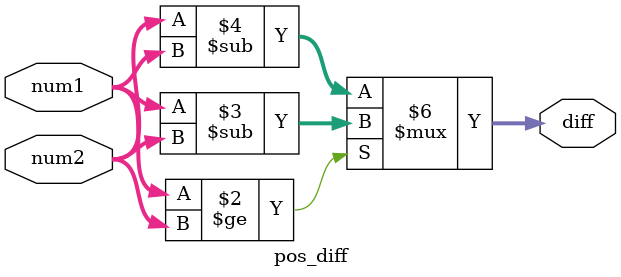
<source format=sv>
module pos_diff(input [9:0] num1, num2,
					 output [9:0] diff);
always_comb
begin
	if(num1 >= num2)
		diff = num1 - num2;
   else
		diff = num2 - num1; 
end
endmodule 
</source>
